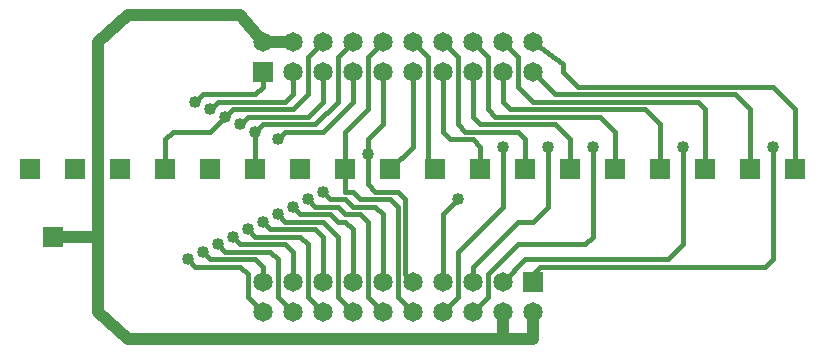
<source format=gbl>
G04 Output by ViewMate Deluxe V11.0.9  PentaLogix LLC*
G04 Wed Jul 08 13:39:12 2015*
%FSLAX24Y24*%
%MOIN*%
%IPPOS*%
%ADD10R,0.065X0.065*%
%ADD11C,0.065*%
%ADD12R,0.0709X0.0709*%
%ADD13C,0.04*%
%ADD14C,0.016*%
%ADD15C,0.04*%

%LPD*%
X0Y0D2*D13*G1X10100Y13125D2*X9100Y13125D1*X8350Y14025*X4600Y14025*X3600Y13125*X3600Y6625*X2100Y6625D2*X3600Y6625D1*X3600Y4125*X17100Y3225D2*X18100Y3225D1*X18100Y4125*X17100Y4125D2*X17100Y3225D1*X4600Y3225*X3600Y4125*D14*X18850Y11375D2*X24850Y11375D1*X23600Y11125D2*X18100Y11125D1*X9100Y12125D2*X9100Y11625D1*X8850Y11375*X7100Y11375*X6850Y11125*X7350Y10875D2*X7600Y11125D1*X9850Y11125*X10100Y11375*X10100Y12125*X15100Y10125D2*X15100Y12125D1*X25350Y8875D2*X25350Y10875D1*X24850Y11375*X18100Y12125D2*X18850Y11375D1*X18100Y11125D2*X17600Y11625D1*X23600Y11125D2*X23850Y10875D1*X23850Y8875*X18100Y5125D2*X18100Y5375D1*X18350Y5625*X25850Y5625*X26100Y5875*X26100Y9625*X26850Y8875D2*X26850Y10875D1*X26100Y11625*X19600Y11625*X19100Y12125*X19100Y12375*X18100Y13125*X17100Y13125D2*X17600Y12625D1*X17600Y11625*X17100Y12125D2*X17100Y11125D1*X17350Y10875*X21850Y10875*X22350Y10375*X22350Y8875*X23100Y9625D2*X23100Y6375D1*X22600Y5875*X17850Y5875*X17100Y5125*X16100Y4125D2*X16600Y4625D1*X16600Y5375*X17600Y6375*X19850Y6375*X20100Y6625*X20100Y9625*X20850Y8875D2*X20850Y10125D1*X20350Y10625*X16850Y10625*X16600Y10875*X16600Y12625*X16100Y13125*X16100Y12125D2*X16100Y10625D1*X16350Y10375*X18850Y10375*X19350Y9875*X19350Y8875*X17850Y8875D2*X17850Y9875D1*X17600Y10125*X18600Y9625D2*X18600Y7625D1*X18100Y7125*X17600Y7125*X16100Y5625*X16100Y5125*X13100Y5125D2*X13100Y7375D1*X12850Y7625*X12100Y7625*X11850Y7875*X8600Y5375D2*X8600Y4625D1*X9100Y4125*X10100Y5125D2*X10100Y6125D1*X9850Y6375*X8350Y6375*X8100Y6625*X6600Y5875D2*X6850Y5625D1*X8350Y5625*X8600Y5375*X9100Y5125D2*X9100Y5625D1*X8850Y5875*X7350Y5875*X7100Y6125*X7600Y6375D2*X7850Y6125D1*X9350Y6125*X9600Y5875*X9600Y4625*X10100Y4125*X11100Y4125D2*X10600Y4625D1*X10600Y6375*X10350Y6625*X8850Y6625*X8600Y6875*X9100Y7125D2*X9350Y6875D1*X10850Y6875*X11100Y6625*X11100Y5125*X12100Y5125D2*X12100Y6875D1*X11850Y7125*X11600Y7125*X11350Y7375*X10350Y7375*X10100Y7625*X9600Y7375D2*X9850Y7125D1*X11100Y7125*X11600Y6625*X11600Y4625*X12100Y4125*X13100Y4125D2*X12600Y4625D1*X12600Y7125*X12350Y7375*X11850Y7375*X11600Y7625*X10850Y7625*X10600Y7875*X11100Y8125D2*X11350Y7875D1*X11850Y7875*X12600Y8375D2*X12850Y8125D1*X13600Y8125*X13850Y7875*X13850Y5375*X14100Y5125*X15100Y5125D2*X15100Y7375D1*X15600Y7875*X16350Y8875D2*X16350Y9625D1*X16100Y9875*X15350Y9875*X15100Y10125*X14100Y12125D2*X14100Y9625D1*X12600Y12625D2*X13100Y13125D1*X13100Y12125D2*X13100Y10375D1*X12600Y9875*X12600Y9375*X12600Y8375*X14100Y9625D2*X13350Y8875D1*X14850Y8875D2*X14600Y9125D1*X14600Y12625*X14100Y13125*X15100Y13125D2*X15600Y12625D1*X15600Y10375*X15850Y10125*X17600Y10125*X17100Y9625D2*X17100Y7625D1*X15600Y6125*X15600Y4625*X15100Y4125*X14100Y4125D2*X13600Y4625D1*X13600Y7625*X13350Y7875*X12350Y7875*X12100Y8125*X11850Y8125*X11850Y8875*X11850Y10125*X12600Y10875*X12600Y12625*X11600Y12625D2*X12100Y13125D1*X12100Y12125D2*X12100Y11125D1*X11100Y10125*X9850Y10125*X9600Y9875*X8850Y8875D2*X8850Y10125D1*X9100Y10375*X10850Y10375*X11600Y11125*X11600Y12625*X10600Y12625D2*X11100Y13125D1*X11100Y12125D2*X11100Y11125D1*X10600Y10625*X8600Y10625*X8350Y10375*X5850Y8875D2*X5850Y9875D1*X6100Y10125*X7350Y10125*X7850Y10625*X8100Y10875*X10100Y10875*X10600Y11375*X10600Y12625*D10*X9100Y12125D3*X18100Y5125D3*D11*X18100Y4125D3*X9100Y4125D3*X10100Y4125D3*X11100Y4125D3*X12100Y4125D3*X13100Y4125D3*X14100Y4125D3*X15100Y4125D3*X16100Y4125D3*X17100Y4125D3*X17100Y5125D3*X16100Y5125D3*X15100Y5125D3*X14100Y5125D3*X13100Y5125D3*X12100Y5125D3*X11100Y5125D3*X10100Y5125D3*X9100Y5125D3*X9100Y13125D3*X10100Y13125D3*X11100Y13125D3*X12100Y13125D3*X13100Y13125D3*X14100Y13125D3*X15100Y13125D3*X16100Y13125D3*X17100Y13125D3*X18100Y13125D3*X18100Y12125D3*X17100Y12125D3*X16100Y12125D3*X15100Y12125D3*X14100Y12125D3*X13100Y12125D3*X12100Y12125D3*X11100Y12125D3*X10100Y12125D3*D12*X2100Y6625D3*X1350Y8875D3*X2850Y8875D3*X4350Y8875D3*X5850Y8875D3*X7350Y8875D3*X8850Y8875D3*X10350Y8875D3*X11850Y8875D3*X13350Y8875D3*X14850Y8875D3*X16350Y8875D3*X26850Y8875D3*X25350Y8875D3*X23850Y8875D3*X22350Y8875D3*X20850Y8875D3*X19350Y8875D3*X17850Y8875D3*D15*X6850Y11125D3*X26100Y9625D3*X23100Y9625D3*X20100Y9625D3*X18600Y9625D3*X17100Y9625D3*X15600Y7875D3*X12600Y9375D3*X6600Y5875D3*X7100Y6125D3*X7600Y6375D3*X8100Y6625D3*X8600Y6875D3*X9100Y7125D3*X9600Y7375D3*X10100Y7625D3*X10600Y7875D3*X11100Y8125D3*X9600Y9875D3*X8850Y10125D3*X8350Y10375D3*X7850Y10625D3*X7350Y10875D3*X0Y0D2*M02*
</source>
